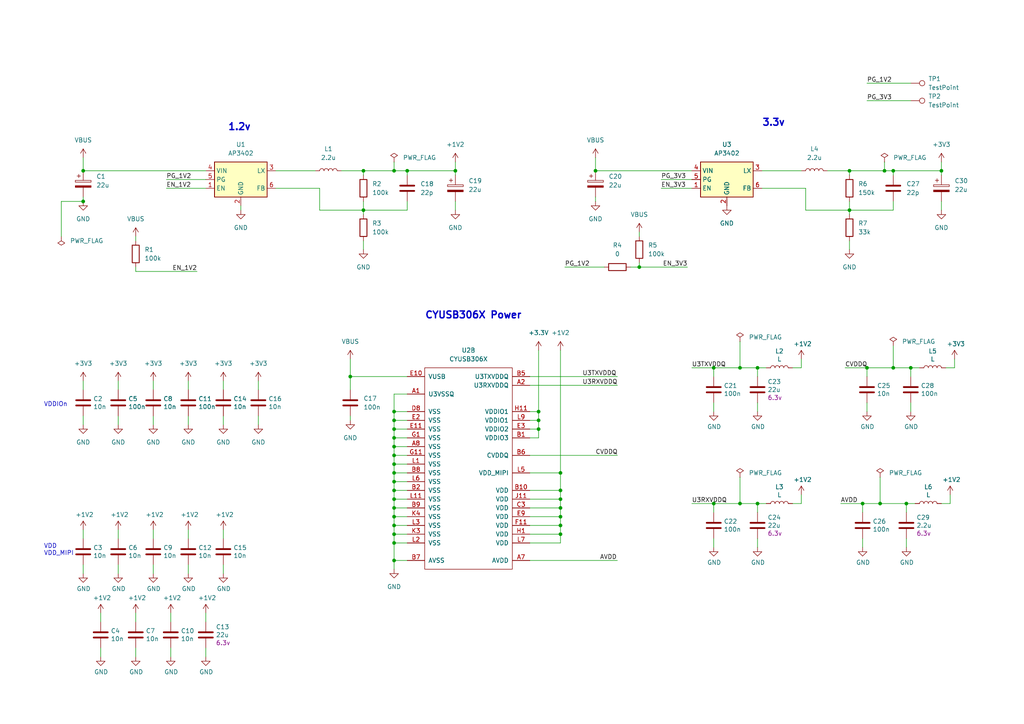
<source format=kicad_sch>
(kicad_sch (version 20211123) (generator eeschema)
  (paper "A4")
  (lib_symbols
    (symbol "Connector:TestPoint" (pin_numbers hide) (pin_names (offset 0.762) hide)
      (property "Reference" "TP" (at 0 6.858 0))
      (property "Value" "TestPoint" (at 0 5.08 0))
      (symbol "TestPoint_0_1"
        (circle (center 0 3.302) (radius 0.762))
      )
      (symbol "TestPoint_1_1"
        (pin passive line (at 0 0 90) (length 2.54) (name "1") (number "1"))
      )
    )
    (symbol "Device:C" (pin_numbers hide) (pin_names (offset 0.254))
      (property "Reference" "C" (at 0.635 2.54 0))
      (property "Value" "C" (at 0.635 -2.54 0))
      (symbol "C_0_1"
        (polyline (pts (xy -2.032 -0.762) (xy 2.032 -0.762)) (stroke (width 0.508)))
        (polyline (pts (xy -2.032 0.762) (xy 2.032 0.762)) (stroke (width 0.508)))
      )
      (symbol "C_1_1"
        (pin passive line (at 0 3.81 270) (length 2.794) (name "~") (number "1"))
        (pin passive line (at 0 -3.81 90) (length 2.794) (name "~") (number "2"))
      )
    )
    (symbol "Device:C_Polarized" (pin_numbers hide) (pin_names (offset 0.254))
      (property "Reference" "C" (at 0.635 2.54 0))
      (property "Value" "C_Polarized" (at 0.635 -2.54 0))
      (symbol "C_Polarized_0_1"
        (rectangle (start -2.286 0.508) (end 2.286 1.016))
        (polyline (pts (xy -1.778 2.286) (xy -0.762 2.286)))
        (polyline (pts (xy -1.27 2.794) (xy -1.27 1.778)))
        (rectangle (start 2.286 -0.508) (end -2.286 -1.016) (fill (type outline)))
      )
      (symbol "C_Polarized_1_1"
        (pin passive line (at 0 3.81 270) (length 2.794) (name "~") (number "1"))
        (pin passive line (at 0 -3.81 90) (length 2.794) (name "~") (number "2"))
      )
    )
    (symbol "Device:L" (pin_numbers hide) (pin_names (offset 1.016) hide)
      (property "Reference" "L" (at -1.27 0 90))
      (property "Value" "L" (at 1.905 0 90))
      (symbol "L_0_1"
        (arc (start 0 -2.54) (mid 0.635 -1.905) (end 0 -1.27))
        (arc (start 0 -1.27) (mid 0.635 -0.635) (end 0 0))
        (arc (start 0 0) (mid 0.635 0.635) (end 0 1.27))
        (arc (start 0 1.27) (mid 0.635 1.905) (end 0 2.54))
      )
      (symbol "L_1_1"
        (pin passive line (at 0 3.81 270) (length 1.27) (name "1") (number "1"))
        (pin passive line (at 0 -3.81 90) (length 1.27) (name "2") (number "2"))
      )
    )
    (symbol "Device:R" (pin_numbers hide) (pin_names (offset 0))
      (property "Reference" "R" (at 2.032 0 90))
      (property "Value" "R" (at 0 0 90))
      (symbol "R_0_1"
        (rectangle (start -1.016 -2.54) (end 1.016 2.54) (stroke (width 0.254)))
      )
      (symbol "R_1_1"
        (pin passive line (at 0 3.81 270) (length 1.27) (name "~") (number "1"))
        (pin passive line (at 0 -3.81 90) (length 1.27) (name "~") (number "2"))
      )
    )
    (symbol "Regulator_Switching:AP3402"
      (property "Reference" "U" (at -7.62 6.35 0))
      (property "Value" "AP3402" (at 5.08 6.35 0))
      (symbol "AP3402_0_1"
        (rectangle (start -7.62 5.08) (end 7.62 -5.08) (stroke (width 0.254)) (fill (type background)))
      )
      (symbol "AP3402_1_1"
        (pin input line (at -10.16 -2.54 0) (length 2.54) (name "EN") (number "1"))
        (pin power_in line (at 0 -7.62 90) (length 2.54) (name "GND") (number "2"))
        (pin power_out line (at 10.16 2.54 180) (length 2.54) (name "LX") (number "3"))
        (pin power_in line (at -10.16 2.54 0) (length 2.54) (name "VIN") (number "4"))
        (pin input line (at -10.16 0 0) (length 2.54) (name "PG") (number "5"))
        (pin input line (at 10.16 -2.54 180) (length 2.54) (name "FB") (number "6"))
      )
    )
    (symbol "cyusb306x:CYUSB306X" (pin_names (offset 1.016))
      (property "Reference" "U" (at 0 63.5 0))
      (property "Value" "CYUSB306X" (at 1.27 -57.15 0))
      (symbol "CYUSB306X_1_1"
        (rectangle (start -15.24 34.29) (end 15.24 -34.29))
        (pin bidirectional line (at 20.32 -13.97 180) (length 5.08) (name "GPIO24") (number "A11"))
        (pin bidirectional line (at 20.32 -16.51 180) (length 5.08) (name "GPIO23") (number "B3"))
        (pin bidirectional line (at 20.32 -21.59 180) (length 5.08) (name "GPIO21") (number "B4"))
        (pin bidirectional line (at 20.32 24.13 180) (length 5.08) (name "SPI_SSN/GPIO54") (number "C1"))
        (pin bidirectional line (at 20.32 31.75 180) (length 5.08) (name "I2S_MCLK/GPIO56") (number "C11"))
        (pin bidirectional line (at 20.32 26.67 180) (length 5.08) (name "SPI_MISO/GPIO55") (number "C2"))
        (pin bidirectional line (at 20.32 -8.89 180) (length 5.08) (name "GPIO26") (number "C4"))
        (pin input line (at -20.32 12.7 0) (length 5.08) (name "~{RESET}") (number "C5"))
        (pin bidirectional line (at 20.32 -29.21 180) (length 5.08) (name "GPIO18") (number "C6"))
        (pin bidirectional line (at 20.32 -26.67 180) (length 5.08) (name "GPIO19") (number "C7"))
        (pin bidirectional line (at 20.32 -19.05 180) (length 5.08) (name "GPIO22") (number "C8"))
        (pin bidirectional line (at 20.32 -3.81 180) (length 5.08) (name "GPIO45") (number "C9"))
        (pin bidirectional line (at 20.32 11.43 180) (length 5.08) (name "I2S_CLK/GPIO50") (number "D1"))
        (pin bidirectional line (at -20.32 31.75 0) (length 5.08) (name "I2C_SDA") (number "D10"))
        (pin bidirectional line (at 20.32 -31.75 180) (length 5.08) (name "GPIO17") (number "D11"))
        (pin bidirectional line (at 20.32 13.97 180) (length 5.08) (name "I2S_SD/GPIO51") (number "D2"))
        (pin bidirectional line (at 20.32 16.51 180) (length 5.08) (name "I2S_WS/GPIO52") (number "D3"))
        (pin bidirectional line (at 20.32 21.59 180) (length 5.08) (name "SPI_SCK/GPIO53") (number "D4"))
        (pin bidirectional line (at 20.32 29.21 180) (length 5.08) (name "SPI_MOSI/GPIO56") (number "D5"))
        (pin input line (at -20.32 -3.81 0) (length 5.08) (name "CLKIN_32") (number "D6"))
        (pin input line (at -20.32 -6.35 0) (length 5.08) (name "CLKIN") (number "D7"))
        (pin bidirectional line (at -20.32 29.21 0) (length 5.08) (name "I2C_SCL") (number "D9"))
        (pin bidirectional line (at 20.32 3.81 180) (length 5.08) (name "UART_CTS/GPIO47") (number "E1"))
        (pin bidirectional line (at 20.32 8.89 180) (length 5.08) (name "UART_RX/GPIO49") (number "E4"))
        (pin bidirectional line (at 20.32 6.35 180) (length 5.08) (name "UART_TX/GPIO48") (number "E5"))
        (pin bidirectional line (at 20.32 -24.13 180) (length 5.08) (name "GPIO20") (number "E6"))
        (pin bidirectional line (at 20.32 -6.35 180) (length 5.08) (name "GPIO44") (number "F3"))
        (pin bidirectional line (at 20.32 1.27 180) (length 5.08) (name "UART_RTS/GPIO46") (number "F5"))
        (pin bidirectional line (at -20.32 -31.75 0) (length 5.08) (name "PMODE0/GPIO30") (number "G4"))
        (pin bidirectional line (at 20.32 -11.43 180) (length 5.08) (name "GPIO25") (number "G5"))
        (pin bidirectional line (at -20.32 -29.21 0) (length 5.08) (name "PMODE1/GPIO31") (number "H4"))
        (pin bidirectional line (at -20.32 -26.67 0) (length 5.08) (name "PMODE2/GPIO32") (number "L4"))
      )
      (symbol "CYUSB306X_2_1"
        (rectangle (start -12.7 30.48) (end 12.7 -27.94))
        (pin power_in line (at -17.78 22.86 0) (length 5.08) (name "U3VSSQ") (number "A1"))
        (pin power_in line (at 17.78 25.4 180) (length 5.08) (name "U3RXVDDQ") (number "A2"))
        (pin power_in line (at 17.78 -25.4 180) (length 5.08) (name "AVDD") (number "A7"))
        (pin power_in line (at -17.78 7.62 0) (length 5.08) (name "VSS") (number "A8"))
        (pin power_in line (at 17.78 10.16 180) (length 5.08) (name "VDDIO3") (number "B1"))
        (pin power_in line (at 17.78 -5.08 180) (length 5.08) (name "VDD") (number "B10"))
        (pin power_in line (at -17.78 -5.08 0) (length 5.08) (name "VSS") (number "B2"))
        (pin power_in line (at 17.78 27.94 180) (length 5.08) (name "U3TXVDDQ") (number "B5"))
        (pin power_in line (at 17.78 5.08 180) (length 5.08) (name "CVDDQ") (number "B6"))
        (pin power_in line (at -17.78 -25.4 0) (length 5.08) (name "AVSS") (number "B7"))
        (pin power_in line (at -17.78 0 0) (length 5.08) (name "VSS") (number "B8"))
        (pin power_in line (at -17.78 -10.16 0) (length 5.08) (name "VSS") (number "B9"))
        (pin power_in line (at 17.78 -10.16 180) (length 5.08) (name "VDD") (number "C3"))
        (pin power_in line (at -17.78 17.78 0) (length 5.08) (name "VSS") (number "D8"))
        (pin power_in line (at -17.78 27.94 0) (length 5.08) (name "VUSB") (number "E10"))
        (pin power_in line (at -17.78 12.7 0) (length 5.08) (name "VSS") (number "E11"))
        (pin power_in line (at -17.78 15.24 0) (length 5.08) (name "VSS") (number "E2"))
        (pin power_in line (at 17.78 12.7 180) (length 5.08) (name "VDDIO2") (number "E3"))
        (pin power_in line (at 17.78 -12.7 180) (length 5.08) (name "VDD") (number "E9"))
        (pin power_in line (at 17.78 -15.24 180) (length 5.08) (name "VDD") (number "F11"))
        (pin power_in line (at -17.78 10.16 0) (length 5.08) (name "VSS") (number "G1"))
        (pin power_in line (at -17.78 5.08 0) (length 5.08) (name "VSS") (number "G11"))
        (pin power_in line (at 17.78 -17.78 180) (length 5.08) (name "VDD") (number "H1"))
        (pin power_in line (at 17.78 17.78 180) (length 5.08) (name "VDDIO1") (number "H11"))
        (pin power_in line (at 17.78 -7.62 180) (length 5.08) (name "VDD") (number "J11"))
        (pin power_in line (at -17.78 -17.78 0) (length 5.08) (name "VSS") (number "K3"))
        (pin power_in line (at -17.78 -12.7 0) (length 5.08) (name "VSS") (number "K4"))
        (pin power_in line (at -17.78 2.54 0) (length 5.08) (name "VSS") (number "L1"))
        (pin power_in line (at -17.78 -7.62 0) (length 5.08) (name "VSS") (number "L11"))
        (pin power_in line (at -17.78 -20.32 0) (length 5.08) (name "VSS") (number "L2"))
        (pin power_in line (at -17.78 -15.24 0) (length 5.08) (name "VSS") (number "L3"))
        (pin power_in line (at 17.78 0 180) (length 5.08) (name "VDD_MIPI") (number "L5"))
        (pin power_in line (at -17.78 -2.54 0) (length 5.08) (name "VSS") (number "L6"))
        (pin power_in line (at 17.78 -20.32 180) (length 5.08) (name "VDD") (number "L7"))
        (pin power_in line (at 17.78 15.24 180) (length 5.08) (name "VDDIO1") (number "L9"))
      )
      (symbol "CYUSB306X_3_1"
        (rectangle (start -12.7 19.05) (end 12.7 -19.05))
        (pin input line (at 17.78 -6.35 180) (length 5.08) (name "REFCLK") (number "F2"))
        (pin output line (at -17.78 -13.97 0) (length 5.08) (name "XRST") (number "F4"))
        (pin output line (at -17.78 -16.51 0) (length 5.08) (name "XSHUTDOWN") (number "G2"))
        (pin output line (at -17.78 -11.43 0) (length 5.08) (name "MCLK") (number "G3"))
        (pin bidirectional line (at 17.78 -11.43 180) (length 5.08) (name "HSYNC") (number "G6"))
        (pin bidirectional line (at 17.78 -13.97 180) (length 5.08) (name "VSYNC") (number "H5"))
        (pin bidirectional line (at 17.78 16.51 180) (length 5.08) (name "MIPI_RESET") (number "H6"))
        (pin bidirectional line (at 17.78 -16.51 180) (length 5.08) (name "PCLK") (number "H8"))
        (pin input line (at -17.78 1.27 0) (length 5.08) (name "MIPI_D0P") (number "J5"))
        (pin input line (at -17.78 6.35 0) (length 5.08) (name "MIPI_D1P") (number "J6"))
        (pin input line (at -17.78 -3.81 0) (length 5.08) (name "MIPI_CP") (number "J7"))
        (pin input line (at -17.78 11.43 0) (length 5.08) (name "MIPI_D2P") (number "J8"))
        (pin input line (at -17.78 8.89 0) (length 5.08) (name "MIPI_D2N") (number "J9"))
        (pin input line (at -17.78 -1.27 0) (length 5.08) (name "MIPI_D0N") (number "K5"))
        (pin input line (at -17.78 3.81 0) (length 5.08) (name "MIPI_D1N") (number "K6"))
        (pin input line (at -17.78 -6.35 0) (length 5.08) (name "MIPI_CN") (number "K7"))
        (pin input line (at -17.78 13.97 0) (length 5.08) (name "MIPI_D3N") (number "K8"))
        (pin input line (at -17.78 16.51 0) (length 5.08) (name "MIPI_D3P") (number "L8"))
      )
      (symbol "CYUSB306X_4_1"
        (rectangle (start -6.35 11.43) (end 6.35 -11.43))
        (pin bidirectional line (at -11.43 8.89 0) (length 5.08) (name "DM") (number "A10"))
        (pin input line (at -11.43 -6.35 0) (length 5.08) (name "SSRXM") (number "A3"))
        (pin input line (at -11.43 -8.89 0) (length 5.08) (name "SSRXP") (number "A4"))
        (pin output line (at -11.43 -1.27 0) (length 5.08) (name "SSTXP") (number "A5"))
        (pin output line (at -11.43 1.27 0) (length 5.08) (name "SSTXM") (number "A6"))
        (pin bidirectional line (at -11.43 6.35 0) (length 5.08) (name "DP") (number "A9"))
      )
      (symbol "CYUSB306X_5_1"
        (rectangle (start -6.35 7.62) (end 6.35 -7.62))
        (pin input line (at -11.43 0 0) (length 5.08) (name "~{TRST}") (number "B11"))
        (pin output line (at -11.43 -2.54 0) (length 5.08) (name "TDO") (number "C10"))
        (pin input line (at -11.43 -5.08 0) (length 5.08) (name "TDI") (number "E7"))
        (pin input line (at -11.43 2.54 0) (length 5.08) (name "TMS") (number "E8"))
        (pin input line (at -11.43 5.08 0) (length 5.08) (name "TCK") (number "F6"))
      )
    )
    (symbol "power:+1V2" (power) (pin_names (offset 0))
      (property "Value" "+1V2" (at 0 3.556 0))
      (symbol "+1V2_0_1"
        (polyline (pts (xy -0.762 1.27) (xy 0 2.54)))
        (polyline (pts (xy 0 0) (xy 0 2.54)))
        (polyline (pts (xy 0 2.54) (xy 0.762 1.27)))
      )
      (symbol "+1V2_1_1"
        (pin power_in line (at 0 0 90) (length 0) hide (name "+1V2") (number "1"))
      )
    )
    (symbol "power:+3.3V" (power) (pin_names (offset 0))
      (property "Value" "+3.3V" (at 0 3.556 0))
      (symbol "+3.3V_0_1"
        (polyline (pts (xy -0.762 1.27) (xy 0 2.54)))
        (polyline (pts (xy 0 0) (xy 0 2.54)))
        (polyline (pts (xy 0 2.54) (xy 0.762 1.27)))
      )
      (symbol "+3.3V_1_1"
        (pin power_in line (at 0 0 90) (length 0) hide (name "+3.3V") (number "1"))
      )
    )
    (symbol "power:+3V3" (power) (pin_names (offset 0))
      (property "Value" "+3V3" (at 0 3.556 0))
      (symbol "+3V3_0_1"
        (polyline (pts (xy -0.762 1.27) (xy 0 2.54)))
        (polyline (pts (xy 0 0) (xy 0 2.54)))
        (polyline (pts (xy 0 2.54) (xy 0.762 1.27)))
      )
      (symbol "+3V3_1_1"
        (pin power_in line (at 0 0 90) (length 0) hide (name "+3V3") (number "1"))
      )
    )
    (symbol "power:GND" (power) (pin_names (offset 0))
      (property "Value" "GND" (at 0 -3.81 0))
      (symbol "GND_0_1"
        (polyline (pts (xy 0 0) (xy 0 -1.27) (xy 1.27 -1.27) (xy 0 -2.54) (xy -1.27 -1.27) (xy 0 -1.27)))
      )
      (symbol "GND_1_1"
        (pin power_in line (at 0 0 270) (length 0) hide (name "GND") (number "1"))
      )
    )
    (symbol "power:PWR_FLAG" (power) (pin_numbers hide) (pin_names (offset 0) hide)
      (property "Value" "PWR_FLAG" (at 0 3.81 0))
      (symbol "PWR_FLAG_0_0"
        (pin power_out line (at 0 0 90) (length 0) (name "pwr") (number "1"))
      )
      (symbol "PWR_FLAG_0_1"
        (polyline (pts (xy 0 0) (xy 0 1.27) (xy -1.016 1.905) (xy 0 2.54) (xy 1.016 1.905) (xy 0 1.27)))
      )
    )
    (symbol "power:VBUS" (power) (pin_names (offset 0))
      (property "Value" "VBUS" (at 0 3.81 0))
      (symbol "VBUS_0_1"
        (polyline (pts (xy -0.762 1.27) (xy 0 2.54)))
        (polyline (pts (xy 0 0) (xy 0 2.54)))
        (polyline (pts (xy 0 2.54) (xy 0.762 1.27)))
      )
      (symbol "VBUS_1_1"
        (pin power_in line (at 0 0 90) (length 0) hide (name "VBUS") (number "1"))
      )
    )
  )
  (junction (at 214.63 106.68))
  (junction (at 273.05 49.53))
  (junction (at 156.21 119.38))
  (junction (at 114.3 132.08))
  (junction (at 162.56 152.4))
  (junction (at 172.72 49.53))
  (junction (at 114.3 124.46))
  (junction (at 256.54 49.53))
  (junction (at 219.71 146.05))
  (junction (at 156.21 124.46))
  (junction (at 246.38 49.53))
  (junction (at 114.3 129.54))
  (junction (at 114.3 121.92))
  (junction (at 105.41 49.53))
  (junction (at 264.16 106.68))
  (junction (at 114.3 119.38))
  (junction (at 114.3 134.62))
  (junction (at 24.13 49.53))
  (junction (at 114.3 152.4))
  (junction (at 118.11 49.53))
  (junction (at 246.38 60.96))
  (junction (at 255.27 146.05))
  (junction (at 114.3 139.7))
  (junction (at 162.56 142.24))
  (junction (at 219.71 106.68))
  (junction (at 259.08 106.68))
  (junction (at 262.89 146.05))
  (junction (at 162.56 149.86))
  (junction (at 162.56 137.16))
  (junction (at 251.46 106.68))
  (junction (at 162.56 144.78))
  (junction (at 24.13 58.42))
  (junction (at 207.01 106.68))
  (junction (at 114.3 137.16))
  (junction (at 105.41 60.96))
  (junction (at 114.3 154.94))
  (junction (at 114.3 149.86))
  (junction (at 207.01 146.05))
  (junction (at 250.19 146.05))
  (junction (at 162.56 147.32))
  (junction (at 185.42 77.47))
  (junction (at 214.63 146.05))
  (junction (at 114.3 49.53))
  (junction (at 101.6 109.22))
  (junction (at 162.56 154.94))
  (junction (at 132.08 49.53))
  (junction (at 114.3 147.32))
  (junction (at 114.3 157.48))
  (junction (at 156.21 121.92))
  (junction (at 259.08 49.53))
  (junction (at 114.3 144.78))
  (junction (at 114.3 142.24))
  (junction (at 114.3 162.56))
  (junction (at 114.3 127))
  (wire (pts (xy 232.41 106.68) (xy 232.41 104.14)))
  (wire (pts (xy 114.3 134.62) (xy 118.11 134.62)))
  (wire (pts (xy 275.59 146.05) (xy 275.59 143.51)))
  (wire (pts (xy 64.77 153.67) (xy 64.77 156.21)))
  (wire (pts (xy 118.11 60.96) (xy 105.41 60.96)))
  (wire (pts (xy 24.13 120.65) (xy 24.13 123.19)))
  (wire (pts (xy 105.41 58.42) (xy 105.41 60.96)))
  (wire (pts (xy 153.67 109.22) (xy 179.07 109.22)))
  (wire (pts (xy 54.61 163.83) (xy 54.61 166.37)))
  (wire (pts (xy 229.87 106.68) (xy 232.41 106.68)))
  (wire (pts (xy 246.38 60.96) (xy 246.38 62.23)))
  (wire (pts (xy 251.46 109.22) (xy 251.46 106.68)))
  (wire (pts (xy 24.13 163.83) (xy 24.13 166.37)))
  (wire (pts (xy 182.88 77.47) (xy 185.42 77.47)))
  (wire (pts (xy 156.21 124.46) (xy 156.21 127)))
  (wire (pts (xy 156.21 121.92) (xy 156.21 124.46)))
  (wire (pts (xy 245.11 106.68) (xy 251.46 106.68)))
  (wire (pts (xy 207.01 148.59) (xy 207.01 146.05)))
  (wire (pts (xy 114.3 114.3) (xy 114.3 119.38)))
  (wire (pts (xy 259.08 58.42) (xy 259.08 60.96)))
  (wire (pts (xy 114.3 149.86) (xy 118.11 149.86)))
  (wire (pts (xy 39.37 177.8) (xy 39.37 180.34)))
  (wire (pts (xy 34.29 120.65) (xy 34.29 123.19)))
  (wire (pts (xy 114.3 142.24) (xy 114.3 144.78)))
  (wire (pts (xy 172.72 49.53) (xy 200.66 49.53)))
  (wire (pts (xy 114.3 144.78) (xy 118.11 144.78)))
  (wire (pts (xy 29.21 187.96) (xy 29.21 190.5)))
  (wire (pts (xy 273.05 146.05) (xy 275.59 146.05)))
  (wire (pts (xy 44.45 163.83) (xy 44.45 166.37)))
  (wire (pts (xy 219.71 156.21) (xy 219.71 158.75)))
  (wire (pts (xy 69.85 60.96) (xy 69.85 59.69)))
  (wire (pts (xy 114.3 144.78) (xy 114.3 147.32)))
  (wire (pts (xy 114.3 147.32) (xy 114.3 149.86)))
  (wire (pts (xy 118.11 114.3) (xy 114.3 114.3)))
  (wire (pts (xy 114.3 134.62) (xy 114.3 137.16)))
  (wire (pts (xy 114.3 124.46) (xy 114.3 127)))
  (wire (pts (xy 191.77 54.61) (xy 200.66 54.61)))
  (wire (pts (xy 262.89 146.05) (xy 262.89 148.59)))
  (wire (pts (xy 24.13 110.49) (xy 24.13 113.03)))
  (wire (pts (xy 114.3 162.56) (xy 114.3 165.1)))
  (wire (pts (xy 101.6 109.22) (xy 101.6 113.03)))
  (wire (pts (xy 114.3 129.54) (xy 114.3 132.08)))
  (wire (pts (xy 114.3 132.08) (xy 114.3 134.62)))
  (wire (pts (xy 64.77 110.49) (xy 64.77 113.03)))
  (wire (pts (xy 207.01 106.68) (xy 214.63 106.68)))
  (wire (pts (xy 114.3 157.48) (xy 114.3 162.56)))
  (wire (pts (xy 162.56 152.4) (xy 162.56 154.94)))
  (wire (pts (xy 255.27 138.43) (xy 255.27 146.05)))
  (wire (pts (xy 153.67 124.46) (xy 156.21 124.46)))
  (wire (pts (xy 59.69 187.96) (xy 59.69 190.5)))
  (wire (pts (xy 92.71 60.96) (xy 105.41 60.96)))
  (wire (pts (xy 114.3 154.94) (xy 114.3 157.48)))
  (wire (pts (xy 172.72 57.15) (xy 172.72 58.42)))
  (wire (pts (xy 259.08 49.53) (xy 256.54 49.53)))
  (wire (pts (xy 250.19 146.05) (xy 255.27 146.05)))
  (wire (pts (xy 114.3 121.92) (xy 114.3 124.46)))
  (wire (pts (xy 162.56 154.94) (xy 153.67 154.94)))
  (wire (pts (xy 105.41 49.53) (xy 105.41 50.8)))
  (wire (pts (xy 262.89 156.21) (xy 262.89 158.75)))
  (wire (pts (xy 251.46 116.84) (xy 251.46 119.38)))
  (wire (pts (xy 29.21 177.8) (xy 29.21 180.34)))
  (wire (pts (xy 162.56 154.94) (xy 162.56 157.48)))
  (wire (pts (xy 207.01 146.05) (xy 214.63 146.05)))
  (wire (pts (xy 17.78 68.58) (xy 17.78 58.42)))
  (wire (pts (xy 162.56 147.32) (xy 162.56 149.86)))
  (wire (pts (xy 54.61 120.65) (xy 54.61 123.19)))
  (wire (pts (xy 207.01 109.22) (xy 207.01 106.68)))
  (wire (pts (xy 101.6 109.22) (xy 118.11 109.22)))
  (wire (pts (xy 207.01 116.84) (xy 207.01 119.38)))
  (wire (pts (xy 39.37 77.47) (xy 39.37 78.74)))
  (wire (pts (xy 118.11 50.8) (xy 118.11 49.53)))
  (wire (pts (xy 80.01 49.53) (xy 91.44 49.53)))
  (wire (pts (xy 114.3 139.7) (xy 114.3 142.24)))
  (wire (pts (xy 185.42 76.2) (xy 185.42 77.47)))
  (wire (pts (xy 153.67 162.56) (xy 179.07 162.56)))
  (wire (pts (xy 114.3 121.92) (xy 118.11 121.92)))
  (wire (pts (xy 265.43 146.05) (xy 262.89 146.05)))
  (wire (pts (xy 233.68 54.61) (xy 233.68 60.96)))
  (wire (pts (xy 162.56 144.78) (xy 162.56 147.32)))
  (wire (pts (xy 114.3 119.38) (xy 114.3 121.92)))
  (wire (pts (xy 132.08 49.53) (xy 132.08 50.8)))
  (wire (pts (xy 114.3 142.24) (xy 118.11 142.24)))
  (wire (pts (xy 132.08 58.42) (xy 132.08 60.96)))
  (wire (pts (xy 273.05 49.53) (xy 273.05 50.8)))
  (wire (pts (xy 162.56 149.86) (xy 153.67 149.86)))
  (wire (pts (xy 162.56 152.4) (xy 153.67 152.4)))
  (wire (pts (xy 156.21 119.38) (xy 153.67 119.38)))
  (wire (pts (xy 132.08 46.99) (xy 132.08 49.53)))
  (wire (pts (xy 74.93 110.49) (xy 74.93 113.03)))
  (wire (pts (xy 114.3 147.32) (xy 118.11 147.32)))
  (wire (pts (xy 48.26 54.61) (xy 59.69 54.61)))
  (wire (pts (xy 156.21 127) (xy 153.67 127)))
  (wire (pts (xy 264.16 106.68) (xy 264.16 109.22)))
  (wire (pts (xy 200.66 106.68) (xy 207.01 106.68)))
  (wire (pts (xy 243.84 146.05) (xy 250.19 146.05)))
  (wire (pts (xy 156.21 119.38) (xy 156.21 121.92)))
  (wire (pts (xy 259.08 60.96) (xy 246.38 60.96)))
  (wire (pts (xy 153.67 111.76) (xy 179.07 111.76)))
  (wire (pts (xy 162.56 137.16) (xy 162.56 142.24)))
  (wire (pts (xy 34.29 110.49) (xy 34.29 113.03)))
  (wire (pts (xy 44.45 120.65) (xy 44.45 123.19)))
  (wire (pts (xy 246.38 49.53) (xy 246.38 50.8)))
  (wire (pts (xy 114.3 139.7) (xy 118.11 139.7)))
  (wire (pts (xy 162.56 101.6) (xy 162.56 137.16)))
  (wire (pts (xy 214.63 138.43) (xy 214.63 146.05)))
  (wire (pts (xy 114.3 127) (xy 118.11 127)))
  (wire (pts (xy 101.6 109.22) (xy 101.6 104.14)))
  (wire (pts (xy 34.29 163.83) (xy 34.29 166.37)))
  (wire (pts (xy 17.78 58.42) (xy 24.13 58.42)))
  (wire (pts (xy 273.05 46.99) (xy 273.05 49.53)))
  (wire (pts (xy 114.3 157.48) (xy 118.11 157.48)))
  (wire (pts (xy 114.3 127) (xy 114.3 129.54)))
  (wire (pts (xy 219.71 106.68) (xy 219.71 109.22)))
  (wire (pts (xy 118.11 49.53) (xy 132.08 49.53)))
  (wire (pts (xy 118.11 58.42) (xy 118.11 60.96)))
  (wire (pts (xy 153.67 132.08) (xy 179.07 132.08)))
  (wire (pts (xy 264.16 116.84) (xy 264.16 119.38)))
  (wire (pts (xy 39.37 78.74) (xy 57.15 78.74)))
  (wire (pts (xy 49.53 177.8) (xy 49.53 180.34)))
  (wire (pts (xy 256.54 46.99) (xy 256.54 49.53)))
  (wire (pts (xy 114.3 132.08) (xy 118.11 132.08)))
  (wire (pts (xy 24.13 153.67) (xy 24.13 156.21)))
  (wire (pts (xy 59.69 177.8) (xy 59.69 180.34)))
  (wire (pts (xy 276.86 106.68) (xy 276.86 104.14)))
  (wire (pts (xy 39.37 68.58) (xy 39.37 69.85)))
  (wire (pts (xy 44.45 110.49) (xy 44.45 113.03)))
  (wire (pts (xy 251.46 106.68) (xy 259.08 106.68)))
  (wire (pts (xy 34.29 153.67) (xy 34.29 156.21)))
  (wire (pts (xy 220.98 54.61) (xy 233.68 54.61)))
  (wire (pts (xy 255.27 146.05) (xy 262.89 146.05)))
  (wire (pts (xy 246.38 69.85) (xy 246.38 72.39)))
  (wire (pts (xy 185.42 77.47) (xy 199.39 77.47)))
  (wire (pts (xy 240.03 49.53) (xy 246.38 49.53)))
  (wire (pts (xy 114.3 137.16) (xy 118.11 137.16)))
  (wire (pts (xy 114.3 162.56) (xy 118.11 162.56)))
  (wire (pts (xy 114.3 46.99) (xy 114.3 49.53)))
  (wire (pts (xy 256.54 49.53) (xy 246.38 49.53)))
  (wire (pts (xy 222.25 106.68) (xy 219.71 106.68)))
  (wire (pts (xy 156.21 121.92) (xy 153.67 121.92)))
  (wire (pts (xy 64.77 163.83) (xy 64.77 166.37)))
  (wire (pts (xy 185.42 67.31) (xy 185.42 68.58)))
  (wire (pts (xy 101.6 120.65) (xy 101.6 121.92)))
  (wire (pts (xy 191.77 52.07) (xy 200.66 52.07)))
  (wire (pts (xy 162.56 149.86) (xy 162.56 152.4)))
  (wire (pts (xy 114.3 149.86) (xy 114.3 152.4)))
  (wire (pts (xy 274.32 106.68) (xy 276.86 106.68)))
  (wire (pts (xy 207.01 156.21) (xy 207.01 158.75)))
  (wire (pts (xy 39.37 187.96) (xy 39.37 190.5)))
  (wire (pts (xy 49.53 187.96) (xy 49.53 190.5)))
  (wire (pts (xy 259.08 100.33) (xy 259.08 106.68)))
  (wire (pts (xy 229.87 146.05) (xy 232.41 146.05)))
  (wire (pts (xy 214.63 106.68) (xy 219.71 106.68)))
  (wire (pts (xy 232.41 146.05) (xy 232.41 143.51)))
  (wire (pts (xy 24.13 45.72) (xy 24.13 49.53)))
  (wire (pts (xy 153.67 157.48) (xy 162.56 157.48)))
  (wire (pts (xy 219.71 116.84) (xy 219.71 119.38)))
  (wire (pts (xy 118.11 49.53) (xy 114.3 49.53)))
  (wire (pts (xy 74.93 120.65) (xy 74.93 123.19)))
  (wire (pts (xy 99.06 49.53) (xy 105.41 49.53)))
  (wire (pts (xy 153.67 137.16) (xy 162.56 137.16)))
  (wire (pts (xy 54.61 110.49) (xy 54.61 113.03)))
  (wire (pts (xy 114.3 154.94) (xy 118.11 154.94)))
  (wire (pts (xy 163.83 77.47) (xy 175.26 77.47)))
  (wire (pts (xy 259.08 50.8) (xy 259.08 49.53)))
  (wire (pts (xy 172.72 45.72) (xy 172.72 49.53)))
  (wire (pts (xy 273.05 58.42) (xy 273.05 60.96)))
  (wire (pts (xy 114.3 137.16) (xy 114.3 139.7)))
  (wire (pts (xy 114.3 152.4) (xy 118.11 152.4)))
  (wire (pts (xy 114.3 49.53) (xy 105.41 49.53)))
  (wire (pts (xy 251.46 29.21) (xy 264.16 29.21)))
  (wire (pts (xy 24.13 49.53) (xy 59.69 49.53)))
  (wire (pts (xy 200.66 146.05) (xy 207.01 146.05)))
  (wire (pts (xy 250.19 156.21) (xy 250.19 158.75)))
  (wire (pts (xy 48.26 52.07) (xy 59.69 52.07)))
  (wire (pts (xy 246.38 58.42) (xy 246.38 60.96)))
  (wire (pts (xy 266.7 106.68) (xy 264.16 106.68)))
  (wire (pts (xy 156.21 101.6) (xy 156.21 119.38)))
  (wire (pts (xy 114.3 124.46) (xy 118.11 124.46)))
  (wire (pts (xy 250.19 148.59) (xy 250.19 146.05)))
  (wire (pts (xy 105.41 60.96) (xy 105.41 62.23)))
  (wire (pts (xy 64.77 120.65) (xy 64.77 123.19)))
  (wire (pts (xy 80.01 54.61) (xy 92.71 54.61)))
  (wire (pts (xy 251.46 24.13) (xy 264.16 24.13)))
  (wire (pts (xy 259.08 49.53) (xy 273.05 49.53)))
  (wire (pts (xy 219.71 146.05) (xy 219.71 148.59)))
  (wire (pts (xy 162.56 147.32) (xy 153.67 147.32)))
  (wire (pts (xy 222.25 146.05) (xy 219.71 146.05)))
  (wire (pts (xy 214.63 99.06) (xy 214.63 106.68)))
  (wire (pts (xy 214.63 146.05) (xy 219.71 146.05)))
  (wire (pts (xy 54.61 153.67) (xy 54.61 156.21)))
  (wire (pts (xy 92.71 54.61) (xy 92.71 60.96)))
  (wire (pts (xy 114.3 129.54) (xy 118.11 129.54)))
  (wire (pts (xy 233.68 60.96) (xy 246.38 60.96)))
  (wire (pts (xy 114.3 152.4) (xy 114.3 154.94)))
  (wire (pts (xy 114.3 119.38) (xy 118.11 119.38)))
  (wire (pts (xy 259.08 106.68) (xy 264.16 106.68)))
  (wire (pts (xy 105.41 69.85) (xy 105.41 72.39)))
  (wire (pts (xy 220.98 49.53) (xy 232.41 49.53)))
  (wire (pts (xy 162.56 144.78) (xy 153.67 144.78)))
  (wire (pts (xy 162.56 142.24) (xy 153.67 142.24)))
  (wire (pts (xy 44.45 153.67) (xy 44.45 156.21)))
  (wire (pts (xy 24.13 57.15) (xy 24.13 58.42)))
  (wire (pts (xy 162.56 142.24) (xy 162.56 144.78)))
  (text "VDD\nVDD_MIPI" (at 12.7 161.29 0) (effects (font (size 1.27 1.27)) (justify left bottom)))
  (text "VDDIOn" (at 12.7 118.11 0) (effects (font (size 1.27 1.27)) (justify left bottom)))
  (text "1.2v" (at 66.04 38.1 0) (effects (font (size 2 2) (thickness 0.4) bold) (justify left bottom)))
  (text "CYUSB306X Power" (at 123.19 92.71 0) (effects (font (size 2 2) (thickness 0.4) bold) (justify left bottom)))
  (text "3.3v" (at 220.98 36.83 0) (effects (font (size 2 2) (thickness 0.4) bold) (justify left bottom)))
  (label "CVDDQ" (at 172.72 132.08 0))
  (label "U3TXVDDQ" (at 168.91 109.22 0))
  (label "U3TXVDDQ" (at 200.66 106.68 0))
  (label "PG_1V2" (at 48.26 52.07 0))
  (label "AVDD" (at 173.99 162.56 0))
  (label "EN_1V2" (at 48.26 54.61 0))
  (label "CVDDQ" (at 245.11 106.68 0))
  (label "PG_3V3" (at 251.46 29.21 0))
  (label "PG_1V2" (at 163.83 77.47 0))
  (label "AVDD" (at 243.84 146.05 0))
  (label "EN_3V3" (at 199.39 77.47 180))
  (label "PG_3V3" (at 191.77 52.07 0))
  (label "PG_1V2" (at 251.46 24.13 0))
  (label "EN_1V2" (at 57.15 78.74 180))
  (label "EN_3V3" (at 191.77 54.61 0))
  (label "U3RXVDDQ" (at 168.91 111.76 0))
  (label "U3RXVDDQ" (at 200.66 146.05 0))
  (symbol (lib_id "power:+1V2") (at 34.29 153.67 0) (unit 1)
    (property "Reference" "#PWR011" (effects hide))
    (property "Value" "+1V2" (at 34.671 149.2758 0))
  )
  (symbol (lib_id "power:VBUS") (at 185.42 67.31 0) (unit 1)
    (property "Reference" "#PWR0114" (effects hide))
    (property "Value" "VBUS" (at 185.42 62.23 0))
  )
  (symbol (lib_id "power:GND") (at 250.19 158.75 0) (unit 1)
    (property "Reference" "#PWR056" (effects hide))
    (property "Value" "GND" (at 250.317 163.1442 0))
  )
  (symbol (lib_id "Device:C") (at 262.89 152.4 0) (unit 1)
    (property "Reference" "C29" (at 265.811 150.0886 0) (effects (justify left)))
    (property "Value" "2.2u" (at 265.811 152.4 0) (effects (justify left)))
    (property "Footprint" "Capacitor_SMD:C_0603_1608Metric" (effects hide))
    (property "type" "ceramic" (effects hide))
    (property "rating" "6.3v" (at 265.811 154.7114 0) (effects (justify left)))
  )
  (symbol (lib_id "power:GND") (at 39.37 190.5 0) (unit 1)
    (property "Reference" "#PWR016" (effects hide))
    (property "Value" "GND" (at 39.497 194.8942 0))
  )
  (symbol (lib_id "power:PWR_FLAG") (at 114.3 46.99 0) (unit 1)
    (property "Reference" "#FLG0104" (effects hide))
    (property "Value" "PWR_FLAG" (at 116.84 45.7199 0) (effects (justify left)))
  )
  (symbol (lib_id "Regulator_Switching:AP3402") (at 69.85 52.07 0) (unit 1)
    (property "Reference" "U1" (at 69.85 41.91 0))
    (property "Value" "AP3402" (at 69.85 44.45 0))
    (property "Footprint" "Package_TO_SOT_SMD:TSOT-23-6" (effects hide))
    (property "Datasheet" "https://www.diodes.com/assets/Datasheets/AP3402.pdf" (effects hide))
  )
  (symbol (lib_id "Device:C") (at 49.53 184.15 0) (unit 1)
    (property "Reference" "C10" (at 52.451 182.9816 0) (effects (justify left)))
    (property "Value" "10n" (at 52.451 185.293 0) (effects (justify left)))
    (property "Footprint" "Capacitor_SMD:C_0402_1005Metric" (effects hide))
  )
  (symbol (lib_id "power:GND") (at 219.71 158.75 0) (unit 1)
    (property "Reference" "#PWR051" (effects hide))
    (property "Value" "GND" (at 219.837 163.1442 0))
  )
  (symbol (lib_id "Device:L") (at 95.25 49.53 90) (unit 1)
    (property "Reference" "L1" (at 95.25 43.18 90))
    (property "Value" "2.2u" (at 95.25 45.72 90))
    (property "Footprint" "Inductor_SMD:L_Neosid_SMS-ME3015" (effects hide))
  )
  (symbol (lib_id "Device:C") (at 74.93 116.84 0) (unit 1)
    (property "Reference" "C16" (at 77.851 115.6716 0) (effects (justify left)))
    (property "Value" "10n" (at 77.851 117.983 0) (effects (justify left)))
    (property "Footprint" "Capacitor_SMD:C_0402_1005Metric" (effects hide))
  )
  (symbol (lib_id "Device:C") (at 54.61 116.84 0) (unit 1)
    (property "Reference" "C11" (at 57.531 115.6716 0) (effects (justify left)))
    (property "Value" "100n" (at 57.531 117.983 0) (effects (justify left)))
    (property "Footprint" "Capacitor_SMD:C_0402_1005Metric" (effects hide))
  )
  (symbol (lib_id "Device:R") (at 39.37 73.66 0) (unit 1)
    (property "Reference" "R1" (at 41.91 72.3899 0) (effects (justify left)))
    (property "Value" "100k" (at 41.91 74.9299 0) (effects (justify left)))
    (property "Footprint" "Resistor_SMD:R_0603_1608Metric" (effects hide))
  )
  (symbol (lib_id "Device:C") (at 250.19 152.4 0) (unit 1)
    (property "Reference" "C26" (at 253.111 151.2316 0) (effects (justify left)))
    (property "Value" "100n" (at 253.111 153.543 0) (effects (justify left)))
    (property "Footprint" "Capacitor_SMD:C_0603_1608Metric" (effects hide))
  )
  (symbol (lib_id "cyusb306x:CYUSB306X") (at 135.89 137.16 0) (unit 2)
    (property "Reference" "U2" (at 135.89 101.6 0))
    (property "Value" "CYUSB306X" (at 135.89 104.14 0))
    (property "Footprint" "Package_BGA:XBGA-121_10x10mm_Layout11x11_P0.8mm" (effects hide))
  )
  (symbol (lib_id "power:GND") (at 29.21 190.5 0) (unit 1)
    (property "Reference" "#PWR08" (effects hide))
    (property "Value" "GND" (at 29.337 194.8942 0))
  )
  (symbol (lib_id "Device:R") (at 179.07 77.47 90) (unit 1)
    (property "Reference" "R4" (at 179.07 71.12 90))
    (property "Value" "0" (at 179.07 73.66 90))
    (property "Footprint" "Resistor_SMD:R_0603_1608Metric" (effects hide))
  )
  (symbol (lib_id "power:GND") (at 64.77 166.37 0) (unit 1)
    (property "Reference" "#PWR032" (effects hide))
    (property "Value" "GND" (at 64.897 170.7642 0))
  )
  (symbol (lib_id "power:PWR_FLAG") (at 256.54 46.99 0) (unit 1)
    (property "Reference" "#FLG0105" (effects hide))
    (property "Value" "PWR_FLAG" (at 259.08 45.7199 0) (effects (justify left)))
  )
  (symbol (lib_id "Device:C_Polarized") (at 24.13 53.34 0) (unit 1)
    (property "Reference" "C1" (at 27.94 51.1809 0) (effects (justify left)))
    (property "Value" "22u" (at 27.94 53.7209 0) (effects (justify left)))
    (property "Footprint" "Capacitor_Tantalum_SMD:CP_EIA-3216-18_Kemet-A" (effects hide))
  )
  (symbol (lib_id "Device:C") (at 29.21 184.15 0) (unit 1)
    (property "Reference" "C4" (at 32.131 182.9816 0) (effects (justify left)))
    (property "Value" "10n" (at 32.131 185.293 0) (effects (justify left)))
    (property "Footprint" "Capacitor_SMD:C_0402_1005Metric" (effects hide))
  )
  (symbol (lib_id "Device:R") (at 246.38 66.04 0) (unit 1)
    (property "Reference" "R7" (at 248.92 64.7699 0) (effects (justify left)))
    (property "Value" "33k" (at 248.92 67.3099 0) (effects (justify left)))
    (property "Footprint" "Resistor_SMD:R_0603_1608Metric" (effects hide))
  )
  (symbol (lib_id "Device:C") (at 219.71 152.4 0) (unit 1)
    (property "Reference" "C24" (at 222.631 150.0886 0) (effects (justify left)))
    (property "Value" "22u" (at 222.631 152.4 0) (effects (justify left)))
    (property "Footprint" "Capacitor_SMD:C_0603_1608Metric" (effects hide))
    (property "type" "ceramic" (effects hide))
    (property "rating" "6.3v" (at 222.631 154.7114 0) (effects (justify left)))
  )
  (symbol (lib_id "power:GND") (at 264.16 119.38 0) (unit 1)
    (property "Reference" "#PWR057" (effects hide))
    (property "Value" "GND" (at 264.287 123.7742 0))
  )
  (symbol (lib_id "power:+3V3") (at 24.13 110.49 0) (unit 1)
    (property "Reference" "#PWR0109" (effects hide))
    (property "Value" "+3V3" (at 24.13 105.41 0))
  )
  (symbol (lib_id "Device:L") (at 269.24 146.05 90) (unit 1)
    (property "Reference" "L6" (at 269.24 141.224 90))
    (property "Value" "L" (at 269.24 143.5354 90))
    (property "Footprint" "Inductor_SMD:L_0603_1608Metric" (effects hide))
    (property "vendor" "Murata" (effects hide))
    (property "vendor_id" "BLM18KG601SN1D" (effects hide))
  )
  (symbol (lib_id "power:GND") (at 172.72 58.42 0) (unit 1)
    (property "Reference" "#PWR045" (effects hide))
    (property "Value" "GND" (at 172.72 63.5 0))
  )
  (symbol (lib_id "power:+3V3") (at 34.29 110.49 0) (unit 1)
    (property "Reference" "#PWR0110" (effects hide))
    (property "Value" "+3V3" (at 34.29 105.41 0))
  )
  (symbol (lib_id "Device:C") (at 54.61 160.02 0) (unit 1)
    (property "Reference" "C12" (at 57.531 158.8516 0) (effects (justify left)))
    (property "Value" "10n" (at 57.531 161.163 0) (effects (justify left)))
    (property "Footprint" "Capacitor_SMD:C_0402_1005Metric" (effects hide))
  )
  (symbol (lib_id "Device:C") (at 207.01 152.4 0) (unit 1)
    (property "Reference" "C22" (at 209.931 151.2316 0) (effects (justify left)))
    (property "Value" "100n" (at 209.931 153.543 0) (effects (justify left)))
    (property "Footprint" "Capacitor_SMD:C_0603_1608Metric" (effects hide))
  )
  (symbol (lib_id "power:GND") (at 210.82 59.69 0) (unit 1)
    (property "Reference" "#PWR049" (effects hide))
    (property "Value" "GND" (at 210.82 64.77 0))
  )
  (symbol (lib_id "power:GND") (at 101.6 121.92 0) (unit 1)
    (property "Reference" "#PWR037" (effects hide))
    (property "Value" "GND" (at 101.6 127 0))
  )
  (symbol (lib_id "Device:C") (at 64.77 116.84 0) (unit 1)
    (property "Reference" "C14" (at 67.691 115.6716 0) (effects (justify left)))
    (property "Value" "10n" (at 67.691 117.983 0) (effects (justify left)))
    (property "Footprint" "Capacitor_SMD:C_0402_1005Metric" (effects hide))
  )
  (symbol (lib_id "power:PWR_FLAG") (at 17.78 68.58 180) (unit 1)
    (property "Reference" "#FLG0102" (effects hide))
    (property "Value" "PWR_FLAG" (at 20.32 69.8499 0) (effects (justify right)))
  )
  (symbol (lib_id "Device:C") (at 118.11 54.61 0) (unit 1)
    (property "Reference" "C18" (at 121.92 53.3399 0) (effects (justify left)))
    (property "Value" "22p" (at 121.92 55.8799 0) (effects (justify left)))
    (property "Footprint" "Capacitor_SMD:C_0603_1608Metric" (effects hide))
  )
  (symbol (lib_id "Device:C_Polarized") (at 132.08 54.61 0) (unit 1)
    (property "Reference" "C19" (at 135.89 52.4509 0) (effects (justify left)))
    (property "Value" "22u" (at 135.89 54.9909 0) (effects (justify left)))
    (property "Footprint" "Capacitor_Tantalum_SMD:CP_EIA-3216-18_Kemet-A" (effects hide))
  )
  (symbol (lib_id "power:GND") (at 54.61 123.19 0) (unit 1)
    (property "Reference" "#PWR0101" (effects hide))
    (property "Value" "GND" (at 54.61 128.27 0))
  )
  (symbol (lib_id "Device:C") (at 264.16 113.03 0) (unit 1)
    (property "Reference" "C28" (at 267.081 111.8616 0) (effects (justify left)))
    (property "Value" "100n" (at 267.081 114.173 0) (effects (justify left)))
    (property "Footprint" "Capacitor_SMD:C_0603_1608Metric" (effects hide))
  )
  (symbol (lib_id "power:+3V3") (at 74.93 110.49 0) (unit 1)
    (property "Reference" "#PWR0106" (effects hide))
    (property "Value" "+3V3" (at 74.93 105.41 0))
  )
  (symbol (lib_id "power:+3V3") (at 54.61 110.49 0) (unit 1)
    (property "Reference" "#PWR0104" (effects hide))
    (property "Value" "+3V3" (at 54.61 105.41 0))
  )
  (symbol (lib_id "power:GND") (at 273.05 60.96 0) (unit 1)
    (property "Reference" "#PWR060" (effects hide))
    (property "Value" "GND" (at 273.05 66.04 0))
  )
  (symbol (lib_id "power:GND") (at 34.29 123.19 0) (unit 1)
    (property "Reference" "#PWR0112" (effects hide))
    (property "Value" "GND" (at 34.29 128.27 0))
  )
  (symbol (lib_id "Device:R") (at 105.41 54.61 0) (unit 1)
    (property "Reference" "R2" (at 107.95 53.3399 0) (effects (justify left)))
    (property "Value" "100k" (at 107.95 55.8799 0) (effects (justify left)))
    (property "Footprint" "Resistor_SMD:R_0603_1608Metric" (effects hide))
  )
  (symbol (lib_id "Device:L") (at 270.51 106.68 90) (unit 1)
    (property "Reference" "L5" (at 270.51 101.854 90))
    (property "Value" "L" (at 270.51 104.1654 90))
    (property "Footprint" "Inductor_SMD:L_0603_1608Metric" (effects hide))
    (property "vendor" "Murata" (effects hide))
    (property "vendor_id" "BLM18KG601SN1D" (effects hide))
  )
  (symbol (lib_id "power:GND") (at 246.38 72.39 0) (unit 1)
    (property "Reference" "#PWR054" (effects hide))
    (property "Value" "GND" (at 246.38 77.47 0))
  )
  (symbol (lib_id "power:GND") (at 262.89 158.75 0) (unit 1)
    (property "Reference" "#PWR058" (effects hide))
    (property "Value" "GND" (at 263.017 163.1442 0))
  )
  (symbol (lib_id "power:GND") (at 59.69 190.5 0) (unit 1)
    (property "Reference" "#PWR028" (effects hide))
    (property "Value" "GND" (at 59.817 194.8942 0))
  )
  (symbol (lib_id "Device:C_Polarized") (at 273.05 54.61 0) (unit 1)
    (property "Reference" "C30" (at 276.86 52.4509 0) (effects (justify left)))
    (property "Value" "22u" (at 276.86 54.9909 0) (effects (justify left)))
    (property "Footprint" "Capacitor_Tantalum_SMD:CP_EIA-3216-18_Kemet-A" (effects hide))
  )
  (symbol (lib_id "power:GND") (at 207.01 119.38 0) (unit 1)
    (property "Reference" "#PWR047" (effects hide))
    (property "Value" "GND" (at 207.137 123.7742 0))
  )
  (symbol (lib_id "power:GND") (at 74.93 123.19 0) (unit 1)
    (property "Reference" "#PWR0107" (effects hide))
    (property "Value" "GND" (at 74.93 128.27 0))
  )
  (symbol (lib_id "power:+1V2") (at 64.77 153.67 0) (unit 1)
    (property "Reference" "#PWR031" (effects hide))
    (property "Value" "+1V2" (at 65.151 149.2758 0))
  )
  (symbol (lib_id "power:GND") (at 49.53 190.5 0) (unit 1)
    (property "Reference" "#PWR022" (effects hide))
    (property "Value" "GND" (at 49.657 194.8942 0))
  )
  (symbol (lib_id "power:+1V2") (at 275.59 143.51 0) (unit 1)
    (property "Reference" "#PWR062" (effects hide))
    (property "Value" "+1V2" (at 275.971 139.1158 0))
  )
  (symbol (lib_id "Device:C") (at 24.13 160.02 0) (unit 1)
    (property "Reference" "C3" (at 27.051 158.8516 0) (effects (justify left)))
    (property "Value" "10n" (at 27.051 161.163 0) (effects (justify left)))
    (property "Footprint" "Capacitor_SMD:C_0402_1005Metric" (effects hide))
  )
  (symbol (lib_id "Connector:TestPoint") (at 264.16 29.21 270) (unit 1)
    (property "Reference" "TP2" (at 269.24 27.9399 90) (effects (justify left)))
    (property "Value" "TestPoint" (at 269.24 30.4799 90) (effects (justify left)))
  )
  (symbol (lib_id "power:GND") (at 24.13 123.19 0) (unit 1)
    (property "Reference" "#PWR0111" (effects hide))
    (property "Value" "GND" (at 24.13 128.27 0))
  )
  (symbol (lib_id "power:PWR_FLAG") (at 255.27 138.43 0) (unit 1)
    (property "Reference" "#FLG0108" (effects hide))
    (property "Value" "PWR_FLAG" (at 257.81 137.1599 0) (effects (justify left)))
  )
  (symbol (lib_id "Device:R") (at 246.38 54.61 0) (unit 1)
    (property "Reference" "R6" (at 248.92 53.3399 0) (effects (justify left)))
    (property "Value" "150k" (at 248.92 55.8799 0) (effects (justify left)))
    (property "Footprint" "Resistor_SMD:R_0603_1608Metric" (effects hide))
  )
  (symbol (lib_id "power:GND") (at 114.3 165.1 0) (unit 1)
    (property "Reference" "#PWR039" (effects hide))
    (property "Value" "GND" (at 114.3 170.18 0))
  )
  (symbol (lib_id "Device:C") (at 59.69 184.15 0) (unit 1)
    (property "Reference" "C13" (at 62.611 181.8386 0) (effects (justify left)))
    (property "Value" "22u" (at 62.611 184.15 0) (effects (justify left)))
    (property "Footprint" "Capacitor_SMD:C_0402_1005Metric" (effects hide))
    (property "rating" "6.3v" (at 62.611 186.4614 0) (effects (justify left)))
    (property "type" "ceramic" (effects hide))
  )
  (symbol (lib_id "Device:C") (at 101.6 116.84 0) (unit 1)
    (property "Reference" "C17" (at 105.41 115.5699 0) (effects (justify left)))
    (property "Value" "100n" (at 105.41 118.1099 0) (effects (justify left)))
    (property "Footprint" "Capacitor_SMD:C_0603_1608Metric" (effects hide))
  )
  (symbol (lib_id "Device:C") (at 64.77 160.02 0) (unit 1)
    (property "Reference" "C15" (at 67.691 158.8516 0) (effects (justify left)))
    (property "Value" "10n" (at 67.691 161.163 0) (effects (justify left)))
    (property "Footprint" "Capacitor_SMD:C_0402_1005Metric" (effects hide))
  )
  (symbol (lib_id "Device:C") (at 259.08 54.61 0) (unit 1)
    (property "Reference" "C27" (at 262.89 53.3399 0) (effects (justify left)))
    (property "Value" "22p" (at 262.89 55.8799 0) (effects (justify left)))
    (property "Footprint" "Capacitor_SMD:C_0603_1608Metric" (effects hide))
  )
  (symbol (lib_id "power:+3V3") (at 64.77 110.49 0) (unit 1)
    (property "Reference" "#PWR0105" (effects hide))
    (property "Value" "+3V3" (at 64.77 105.41 0))
  )
  (symbol (lib_id "power:PWR_FLAG") (at 214.63 99.06 0) (unit 1)
    (property "Reference" "#FLG0106" (effects hide))
    (property "Value" "PWR_FLAG" (at 217.17 97.7899 0) (effects (justify left)))
  )
  (symbol (lib_id "power:+3V3") (at 44.45 110.49 0) (unit 1)
    (property "Reference" "#PWR0103" (effects hide))
    (property "Value" "+3V3" (at 44.45 105.41 0))
  )
  (symbol (lib_id "Device:L") (at 226.06 106.68 90) (unit 1)
    (property "Reference" "L2" (at 226.06 101.854 90))
    (property "Value" "L" (at 226.06 104.1654 90))
    (property "Footprint" "Inductor_SMD:L_0603_1608Metric" (effects hide))
    (property "vendor" "Murata" (effects hide))
    (property "vendor_id" "BLM18KG601SN1D" (effects hide))
  )
  (symbol (lib_id "power:VBUS") (at 101.6 104.14 0) (unit 1)
    (property "Reference" "#PWR036" (effects hide))
    (property "Value" "VBUS" (at 101.6 99.06 0))
  )
  (symbol (lib_id "power:GND") (at 105.41 72.39 0) (unit 1)
    (property "Reference" "#PWR038" (effects hide))
    (property "Value" "GND" (at 105.41 77.47 0))
  )
  (symbol (lib_id "Device:L") (at 226.06 146.05 90) (unit 1)
    (property "Reference" "L3" (at 226.06 141.224 90))
    (property "Value" "L" (at 226.06 143.5354 90))
    (property "Footprint" "Inductor_SMD:L_0603_1608Metric" (effects hide))
    (property "vendor" "Murata" (effects hide))
    (property "vendor_id" "BLM18KG601SN1D" (effects hide))
  )
  (symbol (lib_id "power:+3V3") (at 276.86 104.14 0) (unit 1)
    (property "Reference" "#PWR061" (effects hide))
    (property "Value" "+3V3" (at 277.241 99.7458 0))
  )
  (symbol (lib_id "power:GND") (at 69.85 60.96 0) (unit 1)
    (property "Reference" "#PWR033" (effects hide))
    (property "Value" "GND" (at 69.85 66.04 0))
  )
  (symbol (lib_id "power:+1V2") (at 44.45 153.67 0) (unit 1)
    (property "Reference" "#PWR019" (effects hide))
    (property "Value" "+1V2" (at 44.831 149.2758 0))
  )
  (symbol (lib_id "power:GND") (at 24.13 166.37 0) (unit 1)
    (property "Reference" "#PWR06" (effects hide))
    (property "Value" "GND" (at 24.257 170.7642 0))
  )
  (symbol (lib_id "Device:R") (at 185.42 72.39 0) (unit 1)
    (property "Reference" "R5" (at 187.96 71.1199 0) (effects (justify left)))
    (property "Value" "100k" (at 187.96 73.6599 0) (effects (justify left)))
    (property "Footprint" "Resistor_SMD:R_0603_1608Metric" (effects hide))
  )
  (symbol (lib_id "power:GND") (at 219.71 119.38 0) (unit 1)
    (property "Reference" "#PWR050" (effects hide))
    (property "Value" "GND" (at 219.837 123.7742 0))
  )
  (symbol (lib_id "power:GND") (at 34.29 166.37 0) (unit 1)
    (property "Reference" "#PWR012" (effects hide))
    (property "Value" "GND" (at 34.417 170.7642 0))
  )
  (symbol (lib_id "power:GND") (at 44.45 166.37 0) (unit 1)
    (property "Reference" "#PWR020" (effects hide))
    (property "Value" "GND" (at 44.577 170.7642 0))
  )
  (symbol (lib_id "power:+1V2") (at 232.41 143.51 0) (unit 1)
    (property "Reference" "#PWR053" (effects hide))
    (property "Value" "+1V2" (at 232.791 139.1158 0))
  )
  (symbol (lib_id "power:VBUS") (at 24.13 45.72 0) (unit 1)
    (property "Reference" "#PWR01" (effects hide))
    (property "Value" "VBUS" (at 24.13 40.64 0))
  )
  (symbol (lib_id "Device:C") (at 219.71 113.03 0) (unit 1)
    (property "Reference" "C23" (at 222.631 110.7186 0) (effects (justify left)))
    (property "Value" "22u" (at 222.631 113.03 0) (effects (justify left)))
    (property "Footprint" "Capacitor_SMD:C_0603_1608Metric" (effects hide))
    (property "type" "ceramic" (effects hide))
    (property "rating" "6.3v" (at 222.631 115.3414 0) (effects (justify left)))
  )
  (symbol (lib_id "power:GND") (at 251.46 119.38 0) (unit 1)
    (property "Reference" "#PWR055" (effects hide))
    (property "Value" "GND" (at 251.587 123.7742 0))
  )
  (symbol (lib_id "power:PWR_FLAG") (at 259.08 100.33 0) (unit 1)
    (property "Reference" "#FLG0107" (effects hide))
    (property "Value" "PWR_FLAG" (at 261.62 99.0599 0) (effects (justify left)))
  )
  (symbol (lib_id "power:GND") (at 132.08 60.96 0) (unit 1)
    (property "Reference" "#PWR041" (effects hide))
    (property "Value" "GND" (at 132.08 66.04 0))
  )
  (symbol (lib_id "power:+1V2") (at 54.61 153.67 0) (unit 1)
    (property "Reference" "#PWR025" (effects hide))
    (property "Value" "+1V2" (at 54.991 149.2758 0))
  )
  (symbol (lib_id "Device:C") (at 24.13 116.84 0) (unit 1)
    (property "Reference" "C2" (at 27.051 115.6716 0) (effects (justify left)))
    (property "Value" "10n" (at 27.051 117.983 0) (effects (justify left)))
    (property "Footprint" "Capacitor_SMD:C_0402_1005Metric" (effects hide))
  )
  (symbol (lib_id "power:+1V2") (at 132.08 46.99 0) (unit 1)
    (property "Reference" "#PWR040" (effects hide))
    (property "Value" "+1V2" (at 132.08 41.91 0))
  )
  (symbol (lib_id "Connector:TestPoint") (at 264.16 24.13 270) (unit 1)
    (property "Reference" "TP1" (at 269.24 22.8599 90) (effects (justify left)))
    (property "Value" "TestPoint" (at 269.24 25.3999 90) (effects (justify left)))
  )
  (symbol (lib_id "power:VBUS") (at 39.37 68.58 0) (unit 1)
    (property "Reference" "#PWR0113" (effects hide))
    (property "Value" "VBUS" (at 39.37 63.5 0))
  )
  (symbol (lib_id "power:+1V2") (at 39.37 177.8 0) (unit 1)
    (property "Reference" "#PWR015" (effects hide))
    (property "Value" "+1V2" (at 39.751 173.4058 0))
  )
  (symbol (lib_id "power:GND") (at 44.45 123.19 0) (unit 1)
    (property "Reference" "#PWR0102" (effects hide))
    (property "Value" "GND" (at 44.45 128.27 0))
  )
  (symbol (lib_id "power:GND") (at 54.61 166.37 0) (unit 1)
    (property "Reference" "#PWR026" (effects hide))
    (property "Value" "GND" (at 54.737 170.7642 0))
  )
  (symbol (lib_id "Device:C") (at 251.46 113.03 0) (unit 1)
    (property "Reference" "C25" (at 254.381 111.8616 0) (effects (justify left)))
    (property "Value" "10n" (at 254.381 114.173 0) (effects (justify left)))
    (property "Footprint" "Capacitor_SMD:C_0603_1608Metric" (effects hide))
  )
  (symbol (lib_id "Device:C") (at 34.29 160.02 0) (unit 1)
    (property "Reference" "C6" (at 37.211 158.8516 0) (effects (justify left)))
    (property "Value" "10n" (at 37.211 161.163 0) (effects (justify left)))
    (property "Footprint" "Capacitor_SMD:C_0402_1005Metric" (effects hide))
  )
  (symbol (lib_id "power:+1V2") (at 24.13 153.67 0) (unit 1)
    (property "Reference" "#PWR05" (effects hide))
    (property "Value" "+1V2" (at 24.511 149.2758 0))
  )
  (symbol (lib_id "Regulator_Switching:AP3402") (at 210.82 52.07 0) (unit 1)
    (property "Reference" "U3" (at 210.82 41.91 0))
    (property "Value" "AP3402" (at 210.82 44.45 0))
    (property "Footprint" "Package_TO_SOT_SMD:TSOT-23-6" (effects hide))
    (property "Datasheet" "https://www.diodes.com/assets/Datasheets/AP3402.pdf" (effects hide))
  )
  (symbol (lib_id "Device:C") (at 44.45 160.02 0) (unit 1)
    (property "Reference" "C9" (at 47.371 158.8516 0) (effects (justify left)))
    (property "Value" "10n" (at 47.371 161.163 0) (effects (justify left)))
    (property "Footprint" "Capacitor_SMD:C_0402_1005Metric" (effects hide))
  )
  (symbol (lib_id "power:+1V2") (at 162.56 101.6 0) (unit 1)
    (property "Reference" "#PWR043" (effects hide))
    (property "Value" "+1V2" (at 162.56 96.52 0))
  )
  (symbol (lib_id "Device:R") (at 105.41 66.04 0) (unit 1)
    (property "Reference" "R3" (at 107.95 64.7699 0) (effects (justify left)))
    (property "Value" "100k" (at 107.95 67.3099 0) (effects (justify left)))
    (property "Footprint" "Resistor_SMD:R_0603_1608Metric" (effects hide))
  )
  (symbol (lib_id "power:GND") (at 24.13 58.42 0) (unit 1)
    (property "Reference" "#PWR02" (effects hide))
    (property "Value" "GND" (at 24.13 63.5 0))
  )
  (symbol (lib_id "power:+1V2") (at 232.41 104.14 0) (unit 1)
    (property "Reference" "#PWR052" (effects hide))
    (property "Value" "+1V2" (at 232.791 99.7458 0))
  )
  (symbol (lib_id "Device:C") (at 207.01 113.03 0) (unit 1)
    (property "Reference" "C21" (at 209.931 111.8616 0) (effects (justify left)))
    (property "Value" "100n" (at 209.931 114.173 0) (effects (justify left)))
    (property "Footprint" "Capacitor_SMD:C_0603_1608Metric" (effects hide))
  )
  (symbol (lib_id "power:GND") (at 64.77 123.19 0) (unit 1)
    (property "Reference" "#PWR0108" (effects hide))
    (property "Value" "GND" (at 64.77 128.27 0))
  )
  (symbol (lib_id "power:VBUS") (at 172.72 45.72 0) (unit 1)
    (property "Reference" "#PWR044" (effects hide))
    (property "Value" "VBUS" (at 172.72 40.64 0))
  )
  (symbol (lib_id "power:GND") (at 207.01 158.75 0) (unit 1)
    (property "Reference" "#PWR048" (effects hide))
    (property "Value" "GND" (at 207.137 163.1442 0))
  )
  (symbol (lib_id "power:+1V2") (at 59.69 177.8 0) (unit 1)
    (property "Reference" "#PWR027" (effects hide))
    (property "Value" "+1V2" (at 60.071 173.4058 0))
  )
  (symbol (lib_id "power:+1V2") (at 29.21 177.8 0) (unit 1)
    (property "Reference" "#PWR07" (effects hide))
    (property "Value" "+1V2" (at 29.591 173.4058 0))
  )
  (symbol (lib_id "Device:C") (at 44.45 116.84 0) (unit 1)
    (property "Reference" "C8" (at 47.371 115.6716 0) (effects (justify left)))
    (property "Value" "10n" (at 47.371 117.983 0) (effects (justify left)))
    (property "Footprint" "Capacitor_SMD:C_0402_1005Metric" (effects hide))
  )
  (symbol (lib_id "Device:C_Polarized") (at 172.72 53.34 0) (unit 1)
    (property "Reference" "C20" (at 176.53 51.1809 0) (effects (justify left)))
    (property "Value" "22u" (at 176.53 53.7209 0) (effects (justify left)))
    (property "Footprint" "Capacitor_Tantalum_SMD:CP_EIA-3216-18_Kemet-A" (effects hide))
  )
  (symbol (lib_id "power:+3V3") (at 273.05 46.99 0) (unit 1)
    (property "Reference" "#PWR059" (effects hide))
    (property "Value" "+3V3" (at 273.05 41.91 0))
  )
  (symbol (lib_id "power:+3.3V") (at 156.21 101.6 0) (unit 1)
    (property "Reference" "#PWR042" (effects hide))
    (property "Value" "+3.3V" (at 156.21 96.52 0))
  )
  (symbol (lib_id "Device:C") (at 34.29 116.84 0) (unit 1)
    (property "Reference" "C5" (at 37.211 115.6716 0) (effects (justify left)))
    (property "Value" "100n" (at 37.211 117.983 0) (effects (justify left)))
    (property "Footprint" "Capacitor_SMD:C_0402_1005Metric" (effects hide))
  )
  (symbol (lib_id "Device:C") (at 39.37 184.15 0) (unit 1)
    (property "Reference" "C7" (at 42.291 182.9816 0) (effects (justify left)))
    (property "Value" "10n" (at 42.291 185.293 0) (effects (justify left)))
    (property "Footprint" "Capacitor_SMD:C_0402_1005Metric" (effects hide))
  )
  (symbol (lib_id "power:PWR_FLAG") (at 214.63 138.43 0) (unit 1)
    (property "Reference" "#FLG0109" (effects hide))
    (property "Value" "PWR_FLAG" (at 217.17 137.1599 0) (effects (justify left)))
  )
  (symbol (lib_id "power:+1V2") (at 49.53 177.8 0) (unit 1)
    (property "Reference" "#PWR021" (effects hide))
    (property "Value" "+1V2" (at 49.911 173.4058 0))
  )
  (symbol (lib_id "Device:L") (at 236.22 49.53 90) (unit 1)
    (property "Reference" "L4" (at 236.22 43.18 90))
    (property "Value" "2.2u" (at 236.22 45.72 90))
    (property "Footprint" "Inductor_SMD:L_Neosid_SMS-ME3015" (effects hide))
  )
)
</source>
